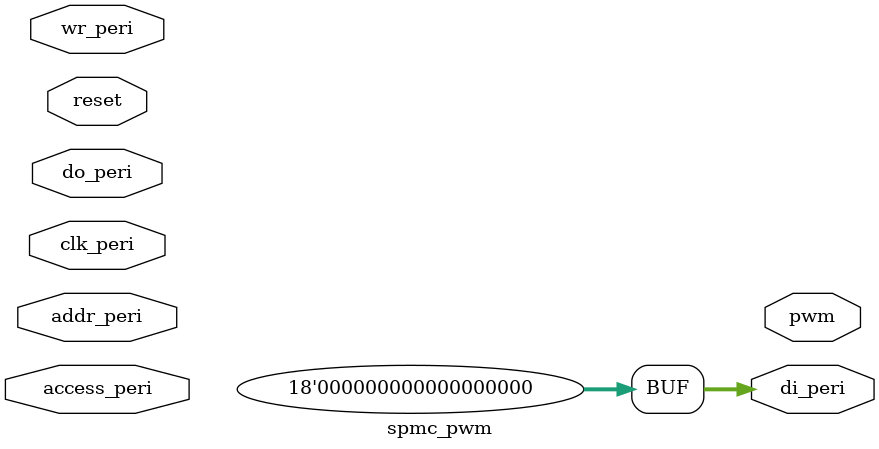
<source format=v>
module spmc_pwm #(
            parameter CHANNELS = 2,        //number of PWM channels, 1 - 1.179.648
            parameter BASE_ADR = 10'h0) ( 
        //*** Connections to SpartanMC Core (do not change) ***
        input wire              clk_peri,       //System-Clock
        input wire      [17:0]  do_peri,        //Data Bus  from MC
        output wire     [17:0]  di_peri,        //Data Bus  to MC
        input wire      [9:0]   addr_peri,      //Address Bus from MC
        input wire              access_peri,    //Peripheral Access Signal
        input wire              wr_peri,        //Write Enable Signal

        //*** Connections to SpartanMC Core which can be changed ***
        input wire              reset,          //Reset-Signal (could be external)

        //*** io interface ***
        output wire [CHANNELS-1:0] pwm
);
  parameter PWM_REG_WIDTH = 32; //width of internal registers and counter, determines min frequency, 18-36 bit
  
  //register addresses of the module
  parameter CONFIG_ADR = 2'b00;
  parameter DATA_LOW_ADR = 2'b01;
  parameter DATA_HIGH_ADR = 2'b10;
  parameter PWM_SEL_ADR = 2'b11;
  
  //addresses of output stages
  parameter ADR_FREQ = 2'b00;
  parameter ADR_COUNTER = 2'b10;
  
  parameter PWM_BANKS = ((CHANNELS-1) / 18) + 1;
  parameter PWM_SEL_WIDTH = (CHANNELS < 18) ? CHANNELS : 18;
  parameter PWM_BANK_WIDTH = PWM_BANKS < 2  ? 1:
			     PWM_BANKS < 4  ? 2:
			     PWM_BANKS < 8  ? 3:
			     PWM_BANKS < 16 ? 4: 
			     PWM_BANKS < 32  ? 5:
			     PWM_BANKS < 64  ? 6:
			     PWM_BANKS < 128  ? 7:
			     PWM_BANKS < 256  ? 8:
			     PWM_BANKS < 512  ? 9:
			     PWM_BANKS < 1024  ? 10:
			     PWM_BANKS < 2048  ? 11:
			     PWM_BANKS < 4096  ? 12:
			     PWM_BANKS < 8192  ? 13:
			     PWM_BANKS < 16384  ? 14:
			     PWM_BANKS < 32768  ? 15:
			     16;

  wire select;
  // Address decoder generates the select sinal out of the upper part of the peripheral address.
  pselect iCSL (
                .addr           (       addr_peri[9:2]  ),
                .activ_peri     (       access_peri     ),
                .select         (       select          )
                );
  defparam iCSL.ADDR_WIDTH  = 8;
  defparam iCSL.BASE_WIDTH  = 8;
  defparam iCSL.BASE_ADDR   = BASE_ADR >> 2;      //BASE_ADR has to be divisible by 4
  
  //data register
  reg [PWM_REG_WIDTH:0] data_reg;
  
  //bank register
  reg [PWM_BANK_WIDTH-1:0] pwm_bank;
  
  //output stages signals
  reg [1:0] pwm_adr;
  reg [PWM_REG_WIDTH:0] pwm_data;
  reg [PWM_SEL_WIDTH-1:0] pwm_sel;
  
  //reference signal registers
  reg [PWM_REG_WIDTH-1:0] phase_counter;
  reg [PWM_REG_WIDTH-1:0] phase_cycle;
  
  reg [PWM_REG_WIDTH:0] phase_calc_tmp;
  
  assign di_peri = 18'd0;
  
  genvar i;
  generate //generate specified number of PWM stages
    for (i = 0; i < CHANNELS; i = i + 1) begin : output_stage_gen_loop
      pwm_output_stage #(.REG_WIDTH(PWM_REG_WIDTH))
		       pwm(.clk(clk_peri), 
		           .reset(reset), 
			   .sel(pwm_sel[i % 18] && (pwm_bank == i/18)), 
			   .adr(pwm_adr), 
			   .data(pwm_data), 
			   .pwm_out(pwm[i]));
    end
  endgenerate
  
  //SpartanMC peripheral interface logic
  always @(posedge clk_peri) begin
    if (reset) begin
      pwm_adr <= 2'b00;
      data_reg <= {(PWM_REG_WIDTH){1'b0}};
      pwm_sel <=  {(PWM_SEL_WIDTH){1'b0}};
    end else begin
      if (select & wr_peri) begin
        case (addr_peri[1:0])
          CONFIG_ADR:    begin
			   pwm_adr <= do_peri[1:0];
			   pwm_bank[PWM_BANK_WIDTH-1:0] <= do_peri[PWM_BANK_WIDTH+1:2];
			 end
          DATA_LOW_ADR:  data_reg[17:0] <= do_peri[17:0];
          DATA_HIGH_ADR: data_reg[PWM_REG_WIDTH-1:18] <= do_peri[PWM_REG_WIDTH-19:0];
          PWM_SEL_ADR:   begin
			   pwm_sel[PWM_SEL_WIDTH-1:0] <= do_peri[PWM_SEL_WIDTH-1:0];
			   if (pwm_adr == ADR_FREQ)
			     phase_cycle <= data_reg;
			 end
        endcase
      end else begin
        pwm_sel <=  {(PWM_SEL_WIDTH){1'b0}}; //reset pwm stage select signals after a write action
      end
    end
  end
  
  //reference phase generation logic
  always @(posedge clk_peri) begin
    if (reset) begin
      phase_counter <= {(PWM_REG_WIDTH){1'b0}}; //reset counter to 0
    end else begin
      if (phase_counter >= phase_cycle)
	phase_counter <= {(PWM_REG_WIDTH){1'b0}}; //reset counter if max value reached
      else
	phase_counter <= phase_counter + 1; //otherwise increment counter
    end
  end
  
  //phase calculation logic
  always @(*) begin
    if (pwm_adr == ADR_COUNTER) begin //when phase is set..
      phase_calc_tmp = data_reg + phase_counter; //add current phase of refrenece signal to desired phase
      if (phase_calc_tmp > phase_cycle) //perform modulo
        pwm_data = phase_calc_tmp - phase_cycle;
      else
         pwm_data = phase_calc_tmp;
    end else //normally just pass data
      pwm_data = data_reg;
  end
  
endmodule
</source>
